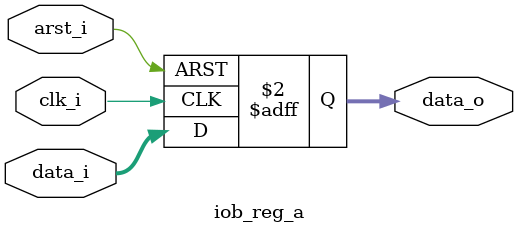
<source format=v>
`timescale 1ns / 1ps

module iob_reg_a
  #(
    parameter DATA_W = 0,
    parameter RST_VAL = 0
    )
   (
    input                   clk_i,
    input                   arst_i,
    input [DATA_W-1:0]      data_i,
    output reg [DATA_W-1:0] data_o
    );
   
   always @(posedge clk_i, posedge arst_i) begin
      if (arst_i) begin
         data_o <= RST_VAL[DATA_W-1:0];
      end else begin
         data_o <= data_i;
      end
   end

endmodule

</source>
